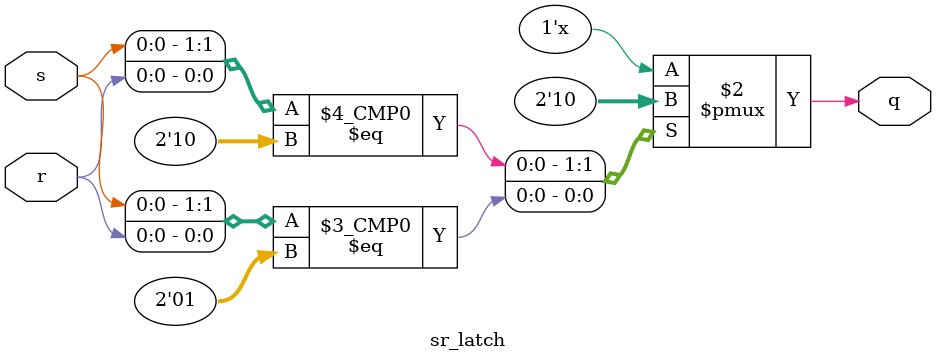
<source format=sv>
module sr_latch (
    input wire s,
    input wire r,
    output reg q
);
    // IEEE 1364-2005 Verilog standard
    
    always @(*) begin
        case ({s, r})
            2'b10: q <= 1'b1;  // Set state
            2'b01: q <= 1'b0;  // Reset state
            // 2'b00 and 2'b11 maintain previous state (no assignment)
            default: ; // No action, maintain previous state
        endcase
    end
endmodule
</source>
